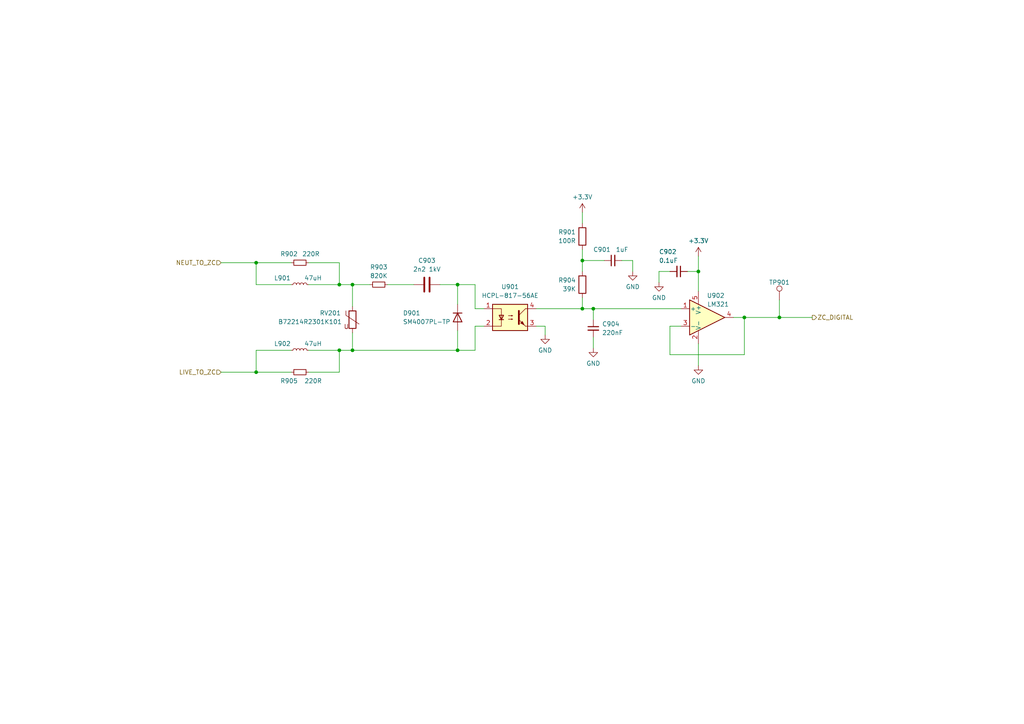
<source format=kicad_sch>
(kicad_sch (version 20230121) (generator eeschema)
  (paper "A4")
  (title_block (title "xx-xxx-PCB-001 Charger Control (HV1) Board") (date "2023-10-18") (rev "0.a") (company "Indra Renewable Technologies Ltd"))
  (lib_symbols
    (symbol "+3.3V_1" (power) (pin_names (offset 0))
      (property "Value" "+3.3V_1" (at 0 3.556 0))
      (symbol "+3.3V_1_0_1"
        (polyline (pts (xy -0.762 1.27) (xy 0 2.54)))
        (polyline (pts (xy 0 0) (xy 0 2.54)))
        (polyline (pts (xy 0 2.54) (xy 0.762 1.27)))
      )
      (symbol "+3.3V_1_1_1"
        (pin power_in line (at 0 0 90) (length 0) hide (name "+3.3V") (number "1"))
      )
    )
    (symbol "+3.3V_2" (power) (pin_names (offset 0))
      (property "Value" "+3.3V_2" (at 0 3.556 0))
      (symbol "+3.3V_2_0_1"
        (polyline (pts (xy -0.762 1.27) (xy 0 2.54)))
        (polyline (pts (xy 0 0) (xy 0 2.54)))
        (polyline (pts (xy 0 2.54) (xy 0.762 1.27)))
      )
      (symbol "+3.3V_2_1_1"
        (pin power_in line (at 0 0 90) (length 0) hide (name "+3.3V") (number "1"))
      )
    )
    (symbol "Amplifier_Operational:LM321" (pin_names (offset 0.127))
      (property "Reference" "U" (at 0 7.62 0))
      (property "Value" "LM321" (at 0 5.08 0))
      (symbol "LM321_0_1"
        (polyline (pts (xy -5.08 5.08) (xy 5.08 0) (xy -5.08 -5.08) (xy -5.08 5.08)) (stroke (width 0.254)) (fill (type background)))
      )
      (symbol "LM321_1_1"
        (pin input line (at -7.62 2.54 0) (length 2.54) (name "+") (number "1"))
        (pin power_in line (at -2.54 -7.62 90) (length 3.81) (name "V-") (number "2"))
        (pin input line (at -7.62 -2.54 0) (length 2.54) (name "-") (number "3"))
        (pin output line (at 7.62 0 180) (length 2.54) (name "~") (number "4"))
        (pin power_in line (at -2.54 7.62 270) (length 3.81) (name "V+") (number "5"))
      )
    )
    (symbol "Connector:TestPoint" (pin_numbers hide) (pin_names (offset 0.762) hide)
      (property "Reference" "TP" (at 0 6.858 0))
      (property "Value" "TestPoint" (at 0 5.08 0))
      (symbol "TestPoint_0_1"
        (circle (center 0 3.302) (radius 0.762))
      )
      (symbol "TestPoint_1_1"
        (pin passive line (at 0 0 90) (length 2.54) (name "1") (number "1"))
      )
    )
    (symbol "D_1" (pin_numbers hide) (pin_names (offset 1.016) hide)
      (property "Reference" "D" (at 0 2.54 0))
      (property "Value" "D" (at 0 -2.54 0))
      (symbol "D_1_0_1"
        (polyline (pts (xy -1.27 1.27) (xy -1.27 -1.27)) (stroke (width 0.254)))
        (polyline (pts (xy 1.27 0) (xy -1.27 0)))
        (polyline (pts (xy 1.27 1.27) (xy 1.27 -1.27) (xy -1.27 0) (xy 1.27 1.27)) (stroke (width 0.254)))
      )
      (symbol "D_1_1_1"
        (pin passive line (at -3.81 0 0) (length 2.54) (name "K") (number "1"))
        (pin passive line (at 3.81 0 180) (length 2.54) (name "A") (number "2"))
      )
    )
    (symbol "Device:C" (pin_numbers hide) (pin_names (offset 0.254))
      (property "Reference" "C" (at 0.635 2.54 0))
      (property "Value" "C" (at 0.635 -2.54 0))
      (symbol "C_0_1"
        (polyline (pts (xy -2.032 -0.762) (xy 2.032 -0.762)) (stroke (width 0.508)))
        (polyline (pts (xy -2.032 0.762) (xy 2.032 0.762)) (stroke (width 0.508)))
      )
      (symbol "C_1_1"
        (pin passive line (at 0 3.81 270) (length 2.794) (name "~") (number "1"))
        (pin passive line (at 0 -3.81 90) (length 2.794) (name "~") (number "2"))
      )
    )
    (symbol "Device:C_Small" (pin_numbers hide) (pin_names (offset 0.254) hide)
      (property "Reference" "C" (at 0.254 1.778 0))
      (property "Value" "C_Small" (at 0.254 -2.032 0))
      (symbol "C_Small_0_1"
        (polyline (pts (xy -1.524 -0.508) (xy 1.524 -0.508)) (stroke (width 0.3302)))
        (polyline (pts (xy -1.524 0.508) (xy 1.524 0.508)) (stroke (width 0.3048)))
      )
      (symbol "C_Small_1_1"
        (pin passive line (at 0 2.54 270) (length 2.032) (name "~") (number "1"))
        (pin passive line (at 0 -2.54 90) (length 2.032) (name "~") (number "2"))
      )
    )
    (symbol "Device:L_Small" (pin_numbers hide) (pin_names (offset 0.254) hide)
      (property "Reference" "L" (at 0.762 1.016 0))
      (property "Value" "L_Small" (at 0.762 -1.016 0))
      (symbol "L_Small_0_1"
        (arc (start 0 -2.032) (mid 0.5058 -1.524) (end 0 -1.016))
        (arc (start 0 -1.016) (mid 0.5058 -0.508) (end 0 0))
        (arc (start 0 0) (mid 0.5058 0.508) (end 0 1.016))
        (arc (start 0 1.016) (mid 0.5058 1.524) (end 0 2.032))
      )
      (symbol "L_Small_1_1"
        (pin passive line (at 0 2.54 270) (length 0.508) (name "~") (number "1"))
        (pin passive line (at 0 -2.54 90) (length 0.508) (name "~") (number "2"))
      )
    )
    (symbol "Device:R" (pin_numbers hide) (pin_names (offset 0))
      (property "Reference" "R" (at 2.032 0 90))
      (property "Value" "R" (at 0 0 90))
      (symbol "R_0_1"
        (rectangle (start -1.016 -2.54) (end 1.016 2.54) (stroke (width 0.254)))
      )
      (symbol "R_1_1"
        (pin passive line (at 0 3.81 270) (length 1.27) (name "~") (number "1"))
        (pin passive line (at 0 -3.81 90) (length 1.27) (name "~") (number "2"))
      )
    )
    (symbol "Device:R_Small" (pin_numbers hide) (pin_names (offset 0.254) hide)
      (property "Reference" "R" (at 0.762 0.508 0))
      (property "Value" "R_Small" (at 0.762 -1.016 0))
      (symbol "R_Small_0_1"
        (rectangle (start -0.762 1.778) (end 0.762 -1.778) (stroke (width 0.2032)))
      )
      (symbol "R_Small_1_1"
        (pin passive line (at 0 2.54 270) (length 0.762) (name "~") (number "1"))
        (pin passive line (at 0 -2.54 90) (length 0.762) (name "~") (number "2"))
      )
    )
    (symbol "GND_1" (power) (pin_names (offset 0))
      (property "Value" "GND_1" (at 0 -3.81 0))
      (symbol "GND_1_0_1"
        (polyline (pts (xy 0 0) (xy 0 -1.27) (xy 1.27 -1.27) (xy 0 -2.54) (xy -1.27 -1.27) (xy 0 -1.27)))
      )
      (symbol "GND_1_1_1"
        (pin power_in line (at 0 0 270) (length 0) hide (name "GND") (number "1"))
      )
    )
    (symbol "Varistor_1" (pin_numbers hide) (pin_names (offset 0))
      (property "Reference" "RV" (at 3.175 0 90))
      (property "Value" "Varistor" (at -3.175 0 90))
      (symbol "Varistor_1_0_0"
        (text "U" (at -1.778 -2.032 0) (effects (font (size 1.27 1.27))))
      )
      (symbol "Varistor_1_0_1"
        (rectangle (start -1.016 -2.54) (end 1.016 2.54) (stroke (width 0.254)))
        (polyline (pts (xy -1.905 2.54) (xy -1.905 1.27) (xy 1.905 -1.27)))
      )
      (symbol "Varistor_1_1_1"
        (pin passive line (at 0 3.81 270) (length 1.27) (name "~") (number "1"))
        (pin passive line (at 0 -3.81 90) (length 1.27) (name "~") (number "2"))
      )
    )
    (symbol "hw-v2x-play1_1-power-board:HCPL-817-56AE"
      (property "Reference" "U603" (at 0 8.255 0))
      (property "Value" "HCPL-817-56AE" (at 0 5.9436 0))
      (symbol "HCPL-817-56AE_0_1"
        (rectangle (start -5.08 3.81) (end 5.08 -3.81) (stroke (width 0.254)) (fill (type background)))
        (polyline (pts (xy -3.175 -0.635) (xy -1.905 -0.635)) (stroke (width 0.254)))
        (polyline (pts (xy 2.54 0.635) (xy 4.445 2.54)))
        (polyline (pts (xy 4.445 -2.54) (xy 2.54 -0.635)) (fill (type outline)))
        (polyline (pts (xy 4.445 -2.54) (xy 5.08 -2.54)))
        (polyline (pts (xy 4.445 2.54) (xy 5.08 2.54)))
        (polyline (pts (xy -5.08 2.54) (xy -2.54 2.54) (xy -2.54 -0.635)))
        (polyline (pts (xy -2.54 -0.635) (xy -2.54 -2.54) (xy -5.08 -2.54)))
        (polyline (pts (xy 2.54 1.905) (xy 2.54 -1.905) (xy 2.54 -1.905)) (stroke (width 0.508)))
        (polyline (pts (xy -2.54 -0.635) (xy -3.175 0.635) (xy -1.905 0.635) (xy -2.54 -0.635)) (stroke (width 0.254)))
        (polyline (pts (xy -0.508 -0.508) (xy 0.762 -0.508) (xy 0.381 -0.635) (xy 0.381 -0.381) (xy 0.762 -0.508)))
        (polyline (pts (xy -0.508 0.508) (xy 0.762 0.508) (xy 0.381 0.381) (xy 0.381 0.635) (xy 0.762 0.508)))
        (polyline (pts (xy 3.048 -1.651) (xy 3.556 -1.143) (xy 4.064 -2.159) (xy 3.048 -1.651) (xy 3.048 -1.651)) (fill (type outline)))
      )
      (symbol "HCPL-817-56AE_1_1"
        (pin passive line (at -7.62 2.54 0) (length 2.54) (name "~") (number "1"))
        (pin passive line (at -7.62 -2.54 0) (length 2.54) (name "~") (number "2"))
        (pin passive line (at 7.62 -2.54 180) (length 2.54) (name "~") (number "3"))
        (pin passive line (at 7.62 2.54 180) (length 2.54) (name "~") (number "4"))
      )
    )
  )
  (junction (at 102.235 101.6))
  (junction (at 168.91 75.565))
  (junction (at 132.715 82.55))
  (junction (at 98.425 101.6))
  (junction (at 202.565 78.74))
  (junction (at 132.715 101.6))
  (junction (at 172.085 89.535))
  (junction (at 74.295 76.2))
  (junction (at 102.235 82.55))
  (junction (at 215.9 92.075))
  (junction (at 98.425 82.55))
  (junction (at 168.91 89.535))
  (junction (at 74.295 107.95))
  (junction (at 226.06 92.075))
  (wire (pts (xy 89.535 107.95) (xy 98.425 107.95)))
  (wire (pts (xy 98.425 82.55) (xy 102.235 82.55)))
  (wire (pts (xy 64.135 107.95) (xy 74.295 107.95)))
  (wire (pts (xy 98.425 101.6) (xy 102.235 101.6)))
  (wire (pts (xy 132.715 95.885) (xy 132.715 101.6)))
  (wire (pts (xy 168.91 72.39) (xy 168.91 75.565)))
  (wire (pts (xy 226.06 86.995) (xy 226.06 92.075)))
  (wire (pts (xy 226.06 92.075) (xy 235.585 92.075)))
  (wire (pts (xy 64.135 76.2) (xy 74.295 76.2)))
  (wire (pts (xy 202.565 78.74) (xy 202.565 84.455)))
  (wire (pts (xy 84.455 82.55) (xy 74.295 82.55)))
  (wire (pts (xy 137.795 101.6) (xy 137.795 94.615)))
  (wire (pts (xy 112.395 82.55) (xy 120.015 82.55)))
  (wire (pts (xy 191.135 78.74) (xy 194.31 78.74)))
  (wire (pts (xy 102.235 88.9) (xy 102.235 82.55)))
  (wire (pts (xy 172.085 97.79) (xy 172.085 100.965)))
  (wire (pts (xy 132.715 101.6) (xy 137.795 101.6)))
  (wire (pts (xy 199.39 78.74) (xy 202.565 78.74)))
  (wire (pts (xy 194.31 102.87) (xy 215.9 102.87)))
  (wire (pts (xy 132.715 82.55) (xy 132.715 88.265)))
  (wire (pts (xy 74.295 76.2) (xy 84.455 76.2)))
  (wire (pts (xy 215.9 102.87) (xy 215.9 92.075)))
  (wire (pts (xy 140.335 89.535) (xy 137.795 89.535)))
  (wire (pts (xy 172.085 89.535) (xy 172.085 92.71)))
  (wire (pts (xy 168.91 75.565) (xy 168.91 78.74)))
  (wire (pts (xy 226.06 92.075) (xy 215.9 92.075)))
  (wire (pts (xy 137.795 89.535) (xy 137.795 82.55)))
  (wire (pts (xy 172.085 89.535) (xy 197.485 89.535)))
  (wire (pts (xy 158.115 97.155) (xy 158.115 94.615)))
  (wire (pts (xy 215.9 92.075) (xy 212.725 92.075)))
  (wire (pts (xy 74.295 107.95) (xy 84.455 107.95)))
  (wire (pts (xy 168.91 86.36) (xy 168.91 89.535)))
  (wire (pts (xy 74.295 82.55) (xy 74.295 76.2)))
  (wire (pts (xy 89.535 101.6) (xy 98.425 101.6)))
  (wire (pts (xy 168.91 89.535) (xy 172.085 89.535)))
  (wire (pts (xy 127.635 82.55) (xy 132.715 82.55)))
  (wire (pts (xy 84.455 101.6) (xy 74.295 101.6)))
  (wire (pts (xy 98.425 107.95) (xy 98.425 101.6)))
  (wire (pts (xy 74.295 101.6) (xy 74.295 107.95)))
  (wire (pts (xy 132.715 82.55) (xy 137.795 82.55)))
  (wire (pts (xy 158.115 94.615) (xy 155.575 94.615)))
  (wire (pts (xy 102.235 101.6) (xy 132.715 101.6)))
  (wire (pts (xy 202.565 74.295) (xy 202.565 78.74)))
  (wire (pts (xy 89.535 76.2) (xy 98.425 76.2)))
  (wire (pts (xy 98.425 76.2) (xy 98.425 82.55)))
  (wire (pts (xy 102.235 96.52) (xy 102.235 101.6)))
  (wire (pts (xy 202.565 99.695) (xy 202.565 106.045)))
  (wire (pts (xy 155.575 89.535) (xy 168.91 89.535)))
  (wire (pts (xy 102.235 82.55) (xy 107.315 82.55)))
  (wire (pts (xy 137.795 94.615) (xy 140.335 94.615)))
  (wire (pts (xy 168.91 61.595) (xy 168.91 64.77)))
  (wire (pts (xy 191.135 81.915) (xy 191.135 78.74)))
  (wire (pts (xy 183.515 78.74) (xy 183.515 75.565)))
  (wire (pts (xy 183.515 75.565) (xy 180.34 75.565)))
  (wire (pts (xy 175.26 75.565) (xy 168.91 75.565)))
  (wire (pts (xy 194.31 94.615) (xy 194.31 102.87)))
  (wire (pts (xy 197.485 94.615) (xy 194.31 94.615)))
  (wire (pts (xy 89.535 82.55) (xy 98.425 82.55)))
  (hierarchical_label "ZC_DIGITAL" (shape output) (at 235.585 92.075 0))
  (hierarchical_label "LIVE_TO_ZC" (shape input) (at 64.135 107.95 180))
  (hierarchical_label "NEUT_TO_ZC" (shape input) (at 64.135 76.2 180))
  (symbol (lib_name "+3.3V_1") (lib_id "power:+3.3V") (at 168.91 61.595 0) (unit 1)
    (property "Reference" "#PWR0903" (effects hide))
    (property "Value" "+3.3V" (at 168.91 57.15 0))
  )
  (symbol (lib_id "hw-v2x-play1_1-power-board:HCPL-817-56AE") (at 147.955 92.075 0) (unit 1)
    (property "Reference" "U901" (at 147.955 83.185 0))
    (property "Value" "HCPL-817-56AE" (at 147.955 85.725 0))
    (property "Footprint" "Package_SO:SO-4_7.6x3.6mm_P2.54mm" (effects hide))
    (property "Datasheet" "http://www.farnell.com/datasheets/1266126.pdf" (effects hide))
    (property "Manufacturer" "Broadcom" (effects hide))
    (property "Manufacturer Part Number" "HCPL-817-56AE" (effects hide))
  )
  (symbol (lib_name "GND_1") (lib_id "power:GND") (at 202.565 106.045 0) (unit 1)
    (property "Reference" "#PWR0230" (effects hide))
    (property "Value" "GND" (at 202.565 110.49 0))
    (instances (project "hw-v2x-power-board-high-v" (path "" (reference "#PWR0230") (unit 1)) (path "" (reference "#PWR0910") (unit 1))))
  )
  (symbol (lib_id "Device:C_Small") (at 172.085 95.25 0) (unit 1)
    (property "Reference" "C904" (at 174.625 93.98 0) (effects (justify left)))
    (property "Value" "220nF" (at 174.625 96.52 0) (effects (justify left)))
    (property "Footprint" "Capacitor_SMD:C_0402_1005Metric" (effects hide))
    (property "Voltage" "10V" (effects hide))
    (property "Characteristics" "X5R" (effects hide))
    (property "Tolerance" "10%" (effects hide))
    (instances (project "hw-v2x-power-board-high-v" (path "" (reference "C904") (unit 1))) (project "hw-v2x-power-board" (path "" (reference "C1107") (unit 1))))
  )
  (symbol (lib_name "GND_1") (lib_id "power:GND") (at 183.515 78.74 0) (unit 1)
    (property "Reference" "#PWR0230" (effects hide))
    (property "Value" "GND" (at 183.515 83.185 0))
    (instances (project "hw-v2x-power-board-high-v" (path "" (reference "#PWR0230") (unit 1)) (path "" (reference "#PWR0911") (unit 1))))
  )
  (symbol (lib_id "Connector:TestPoint") (at 226.06 86.995 0) (unit 1)
    (property "Reference" "TP901" (at 226.06 81.915 0))
    (property "Value" "TestPoint" (effects hide))
    (property "Footprint" "hw-v5mobo-cem-demo:TestPoint_Pad_FD1.0mm_BD2.0mm_TH_with_pos" (effects hide))
    (instances (project "hw-v2x-power-board-high-v" (path "" (reference "TP901") (unit 1))) (project "hw-v2x-power-board" (path "" (reference "TP1104") (unit 1))))
  )
  (symbol (lib_name "Varistor_1") (lib_id "Device:Varistor") (at 102.235 92.71 0) (unit 1)
    (property "Reference" "RV201" (at 92.71 90.805 0) (effects (justify left)))
    (property "Value" "B72214R2301K101" (at 80.645 93.345 0) (effects (justify left)))
    (property "Footprint" "hw-v2x-play1_1-power-board:B72214R2301K101" (effects hide))
    (property "Datasheet" "https://www.tdk-electronics.tdk.com/inf/70/ds/SIOV_Housed_NT14.pdf" (effects hide))
    (property "Manufacturer" "TDK" (effects hide))
    (property "Manufacturer Part Number" "B72214R2301K101" (effects hide))
    (property "Alternative Part" "Littelfuse TMOV14RP300E" (effects hide))
    (property "Voltage" "300VAC" (effects hide))
    (property "Characteristics" "125J" (effects hide))
    (instances (project "hw-v2x-power-board-high-v" (path "" (reference "RV201") (unit 1)) (path "" (reference "RV901") (unit 1))))
  )
  (symbol (lib_id "Device:R") (at 168.91 68.58 0) (unit 1)
    (property "Reference" "R901" (at 164.465 67.31 0))
    (property "Value" "100R" (at 164.465 69.85 0))
    (property "Footprint" "Resistor_SMD:R_0402_1005Metric" (effects hide))
    (property "Power" "0.1W" (effects hide))
    (property "Tolerance" "1%" (effects hide))
    (property "Voltage" "50V" (effects hide))
    (instances (project "hw-v2x-power-board-high-v" (path "" (reference "R901") (unit 1))) (project "hw-v2x-power-board" (path "" (reference "R1105") (unit 1))))
  )
  (symbol (lib_id "Device:R") (at 168.91 82.55 0) (unit 1)
    (property "Reference" "R904" (at 164.465 81.28 0))
    (property "Value" "39K" (at 165.1 83.82 0))
    (property "Footprint" "Resistor_SMD:R_0402_1005Metric" (effects hide))
    (property "Power" "0.1W" (effects hide))
    (property "Tolerance" "1%" (effects hide))
    (property "Voltage" "50V" (effects hide))
    (instances (project "hw-v2x-power-board-high-v" (path "" (reference "R904") (unit 1))) (project "hw-v2x-power-board" (path "" (reference "R1106") (unit 1))))
  )
  (symbol (lib_id "Device:C_Small") (at 196.85 78.74 270) (unit 1)
    (property "Reference" "C902" (at 191.135 73.025 90) (effects (justify left)))
    (property "Value" "0.1uF" (at 191.135 75.565 90) (effects (justify left)))
    (property "Footprint" "Capacitor_SMD:C_0402_1005Metric" (effects hide))
    (property "Voltage" "50V" (effects hide))
    (property "Characteristics" "X7R" (effects hide))
    (property "Tolerance" "10%" (effects hide))
    (instances (project "hw-v2x-power-board-high-v" (path "" (reference "C902") (unit 1))) (project "hw-v2x-power-board" (path "" (reference "C1106") (unit 1))))
  )
  (symbol (lib_id "Device:R_Small") (at 109.855 82.55 270) (unit 1)
    (property "Reference" "R903" (at 107.315 77.47 90) (effects (justify left)))
    (property "Value" "820K" (at 107.315 80.01 90) (effects (justify left)))
    (property "Footprint" "Resistor_SMD:R_2512_6332Metric" (effects hide))
    (property "Datasheet" "C:\\Users\\PhillipCherry\\Documents\\PhilC\\V2X\\hw-v2x-play1_1-power-board\\project-datasheets\\MCHVR12FTET8203.pdf" (effects hide))
    (property "Power" "1W" (effects hide))
    (property "Manufacturer" "Multicomp Pro" (effects hide))
    (property "Manufacturer Part Number" "MCHVR12FTET8203" (effects hide))
    (property "Voltage" "3000V" (effects hide))
    (property "Tolerance" "1%" (effects hide))
    (instances (project "hw-v2x-power-board-high-v" (path "" (reference "R903") (unit 1))) (project "hw-v2x-power-board" (path "" (reference "R1107") (unit 1))))
  )
  (symbol (lib_id "Device:R_Small") (at 86.995 76.2 270) (unit 1)
    (property "Reference" "R902" (at 81.28 73.66 90) (effects (justify left)))
    (property "Value" "220R" (at 87.63 73.66 90) (effects (justify left)))
    (property "Footprint" "Resistor_SMD:R_2512_6332Metric" (effects hide))
    (property "Datasheet" "https://www.farnell.com/datasheets/1931447.pdf" (effects hide))
    (property "Manufacturer" "BOURNS" (effects hide))
    (property "Manufacturer Part Number" "CRM2512-FX-2200ELF" (effects hide))
    (property "Voltage" "300V" (effects hide))
    (property "Tolerance" "1%" (effects hide))
    (property "Power" "2W" (effects hide))
    (instances (project "hw-v2x-power-board-high-v" (path "" (reference "R902") (unit 1))) (project "hw-v2x-power-board" (path "" (reference "R1101") (unit 1))))
  )
  (symbol (lib_name "D_1") (lib_id "Device:D") (at 132.715 92.075 270) (unit 1)
    (property "Reference" "D901" (at 116.84 90.805 90) (effects (justify left)))
    (property "Value" "SM4007PL-TP " (at 116.84 93.345 90) (effects (justify left)))
    (property "Footprint" "Diode_SMD:D_SOD-123F" (effects hide))
    (property "Datasheet" "https://www.mouser.co.uk/datasheet/2/258/SM4001PL_SM4007PL_SOD_123FL_-2511365.pdf" (effects hide))
    (property "Manufacturer" "MCC" (effects hide))
    (property "Manufacturer Part Number" "SM4007PL" (effects hide))
    (property "Voltage" "1000V" (effects hide))
  )
  (symbol (lib_name "GND_1") (lib_id "power:GND") (at 191.135 81.915 0) (unit 1)
    (property "Reference" "#PWR0230" (effects hide))
    (property "Value" "GND" (at 191.135 86.36 0))
    (instances (project "hw-v2x-power-board-high-v" (path "" (reference "#PWR0230") (unit 1)) (path "" (reference "#PWR0912") (unit 1))))
  )
  (symbol (lib_id "Amplifier_Operational:LM321") (at 205.105 92.075 0) (unit 1)
    (property "Reference" "U902" (at 210.185 85.725 0) (effects (justify right)))
    (property "Value" "LM321" (at 211.455 88.265 0) (effects (justify right)))
    (property "Footprint" "Package_TO_SOT_SMD:SOT-23-5" (effects hide))
    (property "Datasheet" "http://www.ti.com/lit/ds/symlink/lm321.pdf" (effects hide))
    (property "Manufacturer" "TI" (effects hide))
    (property "Manufacturer Part Number" "LM321MF/NOPB " (effects hide))
    (instances (project "hw-v2x-power-board-high-v" (path "" (reference "U902") (unit 1))) (project "hw-v2x-power-board" (path "" (reference "U1102") (unit 1))))
  )
  (symbol (lib_name "+3.3V_2") (lib_id "power:+3.3V") (at 202.565 74.295 0) (unit 1)
    (property "Reference" "#PWR0904" (effects hide))
    (property "Value" "+3.3V" (at 202.565 69.85 0))
  )
  (symbol (lib_name "GND_1") (lib_id "power:GND") (at 158.115 97.155 0) (unit 1)
    (property "Reference" "#PWR0230" (effects hide))
    (property "Value" "GND" (at 158.115 101.6 0))
    (instances (project "hw-v2x-power-board-high-v" (path "" (reference "#PWR0230") (unit 1)) (path "" (reference "#PWR0908") (unit 1))))
  )
  (symbol (lib_id "Device:R_Small") (at 86.995 107.95 270) (unit 1)
    (property "Reference" "R905" (at 81.28 110.49 90) (effects (justify left)))
    (property "Value" "220R" (at 88.265 110.49 90) (effects (justify left)))
    (property "Footprint" "Resistor_SMD:R_2512_6332Metric" (effects hide))
    (property "Datasheet" "https://www.farnell.com/datasheets/1931447.pdf" (effects hide))
    (property "Manufacturer" "BOURNS" (effects hide))
    (property "Manufacturer Part Number" "CRM2512-FX-2200ELF" (effects hide))
    (property "Voltage" "300V" (effects hide))
    (property "Tolerance" "1%" (effects hide))
    (property "Power" "2W" (effects hide))
    (instances (project "hw-v2x-power-board-high-v" (path "" (reference "R905") (unit 1))) (project "hw-v2x-power-board" (path "" (reference "R1101") (unit 1))))
  )
  (symbol (lib_id "Device:L_Small") (at 86.995 82.55 270) (mirror x) (unit 1)
    (property "Reference" "L901" (at 81.915 80.645 90))
    (property "Value" "47uH" (at 90.805 80.645 90))
    (property "Footprint" "Inductor_THT:L_Axial_L9.5mm_D4.0mm_P12.70mm_Horizontal_Fastron_SMCC" (effects hide))
    (property "Datasheet" "https://www.farnell.com/datasheets/1899143.pdf" (effects hide))
    (property "Manufacturer" "TDK" (effects hide))
    (property "Manufacturer Part Number" "B78108S1473J000" (effects hide))
    (instances (project "hw-v2x-power-board-high-v" (path "" (reference "L901") (unit 1))) (project "hw-v2x-power-board" (path "" (reference "L1101") (unit 1))))
  )
  (symbol (lib_id "Device:C") (at 123.825 82.55 90) (unit 1)
    (property "Reference" "C903" (at 123.825 75.565 90))
    (property "Value" "2n2 1kV" (at 123.825 78.105 90))
    (property "Footprint" "Capacitor_SMD:C_1206_3216Metric" (effects hide))
    (property "Datasheet" "~https://www.we-online.com/components/products/datasheet/885342208019.pdf" (effects hide))
    (property "Manufacturer" "Wurth" (effects hide))
    (property "Manufacturer Part Number" "885342208019" (effects hide))
    (property "Voltage" "1kV" (effects hide))
    (property "Characteristics" "X7R" (effects hide))
    (property "Tolerance" "10%" (effects hide))
    (instances (project "hw-v2x-power-board-high-v" (path "" (reference "C903") (unit 1))) (project "hw-v2x-power-board" (path "" (reference "C1109") (unit 1))))
  )
  (symbol (lib_name "GND_1") (lib_id "power:GND") (at 172.085 100.965 0) (unit 1)
    (property "Reference" "#PWR0230" (effects hide))
    (property "Value" "GND" (at 172.085 105.41 0))
    (instances (project "hw-v2x-power-board-high-v" (path "" (reference "#PWR0230") (unit 1)) (path "" (reference "#PWR0909") (unit 1))))
  )
  (symbol (lib_id "Device:L_Small") (at 86.995 101.6 270) (mirror x) (unit 1)
    (property "Reference" "L902" (at 81.915 99.695 90))
    (property "Value" "47uH" (at 90.805 99.695 90))
    (property "Footprint" "Inductor_THT:L_Axial_L9.5mm_D4.0mm_P12.70mm_Horizontal_Fastron_SMCC" (effects hide))
    (property "Datasheet" "https://www.farnell.com/datasheets/1899143.pdf" (effects hide))
    (property "Manufacturer" "TDK" (effects hide))
    (property "Manufacturer Part Number" "B78108S1473J000" (effects hide))
    (instances (project "hw-v2x-power-board-high-v" (path "" (reference "L902") (unit 1))) (project "hw-v2x-power-board" (path "" (reference "L1101") (unit 1))))
  )
  (symbol (lib_id "Device:C_Small") (at 177.8 75.565 90) (unit 1)
    (property "Reference" "C901" (at 177.165 72.39 90) (effects (justify left)))
    (property "Value" "1uF" (at 182.245 72.39 90) (effects (justify left)))
    (property "Footprint" "Capacitor_SMD:C_0402_1005Metric" (effects hide))
    (property "Voltage" "10V" (effects hide))
    (property "Characteristics" "X7R" (effects hide))
    (property "Tolerance" "10%" (effects hide))
    (instances (project "hw-v2x-power-board-high-v" (path "" (reference "C901") (unit 1))) (project "hw-v2x-power-board" (path "" (reference "C1108") (unit 1))))
  )
)
</source>
